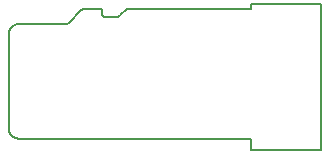
<source format=gbr>
G04 Generated by Ultiboard 14.3 *
%FSLAX34Y34*%
%MOMM*%

%ADD10C,0.0001*%
%ADD11C,0.2032*%


G04 ColorRGB 00FFFF for the following layer *
%LNboard outline*%
%LPD*%
G54D10*
G54D11*
X150000Y55000D02*
X204470Y55000D01*
X150000Y-55000D02*
X204470Y-55000D01*
X264160Y-64770D02*
X204470Y-64770D01*
X204470Y-55000D02*
X204470Y-64770D01*
X204470Y58500D02*
X264160Y58500D01*
X204470Y58500D02*
X204470Y55000D01*
X264160Y58500D02*
X264160Y-64770D01*
X0Y-47000D02*
X0Y34000D01*
X0Y-47000D02*
X30Y-47697D01*
X122Y-48389D01*
X273Y-49071D01*
X482Y-49736D01*
X750Y-50381D01*
X1072Y-51000D01*
X1447Y-51589D01*
X1872Y-52142D01*
X2343Y-52657D01*
X2858Y-53128D01*
X3411Y-53553D01*
X4000Y-53928D01*
X4619Y-54250D01*
X5264Y-54518D01*
X5929Y-54727D01*
X6611Y-54878D01*
X7303Y-54970D01*
X8000Y-55000D01*
X150000Y-55000D01*
X8000Y42000D02*
X47600Y42000D01*
X80900Y48000D02*
X90900Y48000D01*
X99600Y55000D02*
X150000Y55000D01*
X93700Y49200D02*
X99600Y55000D01*
X90900Y48000D02*
X91245Y48018D01*
X91587Y48067D01*
X91923Y48145D01*
X92251Y48252D01*
X92569Y48387D01*
X92873Y48550D01*
X93163Y48738D01*
X93434Y48951D01*
X93687Y49186D01*
X93700Y49200D01*
X78900Y55000D02*
X78900Y50000D01*
X78912Y49822D01*
X78939Y49646D01*
X78981Y49473D01*
X79038Y49304D01*
X79110Y49140D01*
X79196Y48984D01*
X79295Y48836D01*
X79406Y48697D01*
X79530Y48568D01*
X79664Y48450D01*
X79807Y48344D01*
X79960Y48252D01*
X80120Y48173D01*
X80286Y48108D01*
X80457Y48058D01*
X80632Y48023D01*
X80809Y48004D01*
X80900Y48000D01*
X63900Y55000D02*
X78900Y55000D01*
X63900Y55000D02*
X63551Y54980D01*
X63206Y54929D01*
X62866Y54849D01*
X62535Y54739D01*
X62214Y54601D01*
X61907Y54435D01*
X61615Y54243D01*
X61341Y54027D01*
X61100Y53800D01*
X50400Y43200D02*
X61100Y53800D01*
X47600Y42000D02*
X47951Y42021D01*
X48299Y42073D01*
X48641Y42155D01*
X48974Y42267D01*
X49296Y42407D01*
X49605Y42575D01*
X49899Y42769D01*
X50174Y42988D01*
X50400Y43200D01*
X8000Y42000D02*
X7300Y41966D01*
X6605Y41872D01*
X5921Y41717D01*
X5254Y41503D01*
X4607Y41232D01*
X3987Y40905D01*
X3397Y40526D01*
X2843Y40097D01*
X2328Y39621D01*
X1857Y39102D01*
X1433Y38543D01*
X1059Y37950D01*
X738Y37327D01*
X472Y36678D01*
X264Y36009D01*
X116Y35323D01*
X27Y34628D01*
X0Y34000D01*

M02*

</source>
